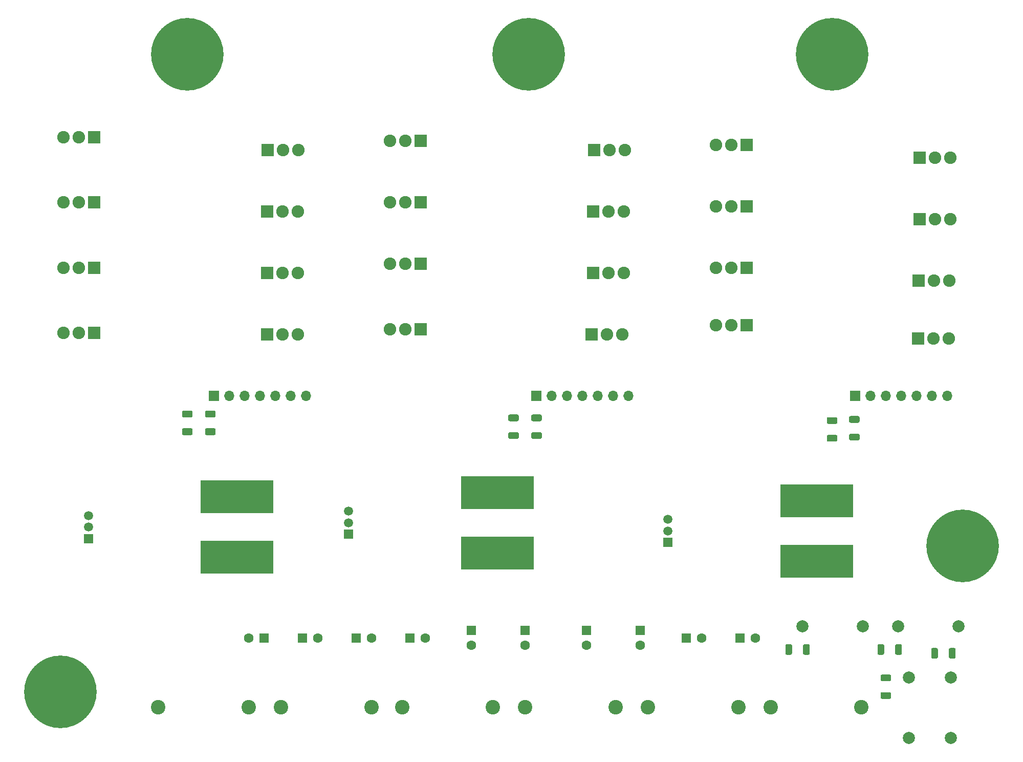
<source format=gbr>
%TF.GenerationSoftware,KiCad,Pcbnew,(5.1.10)-1*%
%TF.CreationDate,2022-02-15T22:07:18+02:00*%
%TF.ProjectId,SEM,53454d2e-6b69-4636-9164-5f7063625858,rev?*%
%TF.SameCoordinates,Original*%
%TF.FileFunction,Soldermask,Bot*%
%TF.FilePolarity,Negative*%
%FSLAX46Y46*%
G04 Gerber Fmt 4.6, Leading zero omitted, Abs format (unit mm)*
G04 Created by KiCad (PCBNEW (5.1.10)-1) date 2022-02-15 22:07:18*
%MOMM*%
%LPD*%
G01*
G04 APERTURE LIST*
%ADD10R,1.700000X1.700000*%
%ADD11O,1.700000X1.700000*%
%ADD12C,2.070000*%
%ADD13R,2.070000X2.070000*%
%ADD14C,1.600000*%
%ADD15R,1.600000X1.600000*%
%ADD16C,2.000000*%
%ADD17C,2.400000*%
%ADD18C,12.000000*%
%ADD19C,6.400000*%
%ADD20R,12.000000X5.500000*%
%ADD21R,1.500000X1.500000*%
%ADD22C,1.500000*%
G04 APERTURE END LIST*
%TO.C,R53*%
G36*
G01*
X57159998Y-93610000D02*
X58410002Y-93610000D01*
G75*
G02*
X58660000Y-93859998I0J-249998D01*
G01*
X58660000Y-94485002D01*
G75*
G02*
X58410002Y-94735000I-249998J0D01*
G01*
X57159998Y-94735000D01*
G75*
G02*
X56910000Y-94485002I0J249998D01*
G01*
X56910000Y-93859998D01*
G75*
G02*
X57159998Y-93610000I249998J0D01*
G01*
G37*
G36*
G01*
X57159998Y-90685000D02*
X58410002Y-90685000D01*
G75*
G02*
X58660000Y-90934998I0J-249998D01*
G01*
X58660000Y-91560002D01*
G75*
G02*
X58410002Y-91810000I-249998J0D01*
G01*
X57159998Y-91810000D01*
G75*
G02*
X56910000Y-91560002I0J249998D01*
G01*
X56910000Y-90934998D01*
G75*
G02*
X57159998Y-90685000I249998J0D01*
G01*
G37*
%TD*%
%TO.C,R81*%
G36*
G01*
X168773002Y-92699000D02*
X167522998Y-92699000D01*
G75*
G02*
X167273000Y-92449002I0J249998D01*
G01*
X167273000Y-91823998D01*
G75*
G02*
X167522998Y-91574000I249998J0D01*
G01*
X168773002Y-91574000D01*
G75*
G02*
X169023000Y-91823998I0J-249998D01*
G01*
X169023000Y-92449002D01*
G75*
G02*
X168773002Y-92699000I-249998J0D01*
G01*
G37*
G36*
G01*
X168773002Y-95624000D02*
X167522998Y-95624000D01*
G75*
G02*
X167273000Y-95374002I0J249998D01*
G01*
X167273000Y-94748998D01*
G75*
G02*
X167522998Y-94499000I249998J0D01*
G01*
X168773002Y-94499000D01*
G75*
G02*
X169023000Y-94748998I0J-249998D01*
G01*
X169023000Y-95374002D01*
G75*
G02*
X168773002Y-95624000I-249998J0D01*
G01*
G37*
%TD*%
D10*
%TO.C,J12*%
X168275000Y-88265000D03*
D11*
X170815000Y-88265000D03*
X173355000Y-88265000D03*
X175895000Y-88265000D03*
X178435000Y-88265000D03*
X180975000Y-88265000D03*
X183515000Y-88265000D03*
%TD*%
%TO.C,J11*%
X77470000Y-88265000D03*
X74930000Y-88265000D03*
X72390000Y-88265000D03*
X69850000Y-88265000D03*
X67310000Y-88265000D03*
X64770000Y-88265000D03*
D10*
X62230000Y-88265000D03*
%TD*%
D12*
%TO.C,Q16*%
X145288000Y-67056000D03*
X147828000Y-67056000D03*
D13*
X150368000Y-67056000D03*
%TD*%
D12*
%TO.C,Q15*%
X183896000Y-69215000D03*
X181356000Y-69215000D03*
D13*
X178816000Y-69215000D03*
%TD*%
D12*
%TO.C,Q18*%
X91313000Y-66421000D03*
X93853000Y-66421000D03*
D13*
X96393000Y-66421000D03*
%TD*%
D12*
%TO.C,Q23*%
X129794000Y-78105000D03*
X127254000Y-78105000D03*
D13*
X124714000Y-78105000D03*
%TD*%
D12*
%TO.C,Q19*%
X76073000Y-78105000D03*
X73533000Y-78105000D03*
D13*
X70993000Y-78105000D03*
%TD*%
D12*
%TO.C,Q20*%
X37338000Y-77851000D03*
X39878000Y-77851000D03*
D13*
X42418000Y-77851000D03*
%TD*%
D12*
%TO.C,Q22*%
X145288000Y-76581000D03*
X147828000Y-76581000D03*
D13*
X150368000Y-76581000D03*
%TD*%
D12*
%TO.C,Q17*%
X130048000Y-67945000D03*
X127508000Y-67945000D03*
D13*
X124968000Y-67945000D03*
%TD*%
D12*
%TO.C,Q24*%
X91313000Y-77216000D03*
X93853000Y-77216000D03*
D13*
X96393000Y-77216000D03*
%TD*%
D12*
%TO.C,Q21*%
X183769000Y-78740000D03*
X181229000Y-78740000D03*
D13*
X178689000Y-78740000D03*
%TD*%
D14*
%TO.C,C59*%
X113665000Y-129500000D03*
D15*
X113665000Y-127000000D03*
%TD*%
%TO.C,R84*%
G36*
G01*
X111134998Y-94245000D02*
X112385002Y-94245000D01*
G75*
G02*
X112635000Y-94494998I0J-249998D01*
G01*
X112635000Y-95120002D01*
G75*
G02*
X112385002Y-95370000I-249998J0D01*
G01*
X111134998Y-95370000D01*
G75*
G02*
X110885000Y-95120002I0J249998D01*
G01*
X110885000Y-94494998D01*
G75*
G02*
X111134998Y-94245000I249998J0D01*
G01*
G37*
G36*
G01*
X111134998Y-91320000D02*
X112385002Y-91320000D01*
G75*
G02*
X112635000Y-91569998I0J-249998D01*
G01*
X112635000Y-92195002D01*
G75*
G02*
X112385002Y-92445000I-249998J0D01*
G01*
X111134998Y-92445000D01*
G75*
G02*
X110885000Y-92195002I0J249998D01*
G01*
X110885000Y-91569998D01*
G75*
G02*
X111134998Y-91320000I249998J0D01*
G01*
G37*
%TD*%
D16*
%TO.C,C48*%
X175420000Y-126365000D03*
X185420000Y-126365000D03*
%TD*%
D14*
%TO.C,C43*%
X132715000Y-129500000D03*
D15*
X132715000Y-127000000D03*
%TD*%
D17*
%TO.C,C47*%
X128665000Y-139700000D03*
X113665000Y-139700000D03*
%TD*%
D18*
%TO.C,J2*%
X164465000Y-31750000D03*
D19*
X164465000Y-31750000D03*
%TD*%
D17*
%TO.C,C41*%
X148985000Y-139700000D03*
X133985000Y-139700000D03*
%TD*%
D14*
%TO.C,C58*%
X67985000Y-128270000D03*
D15*
X70485000Y-128270000D03*
%TD*%
D18*
%TO.C,J7*%
X36830000Y-137160000D03*
D19*
X36830000Y-137160000D03*
%TD*%
D16*
%TO.C,C51*%
X159545000Y-126365000D03*
X169545000Y-126365000D03*
%TD*%
%TO.C,R61*%
G36*
G01*
X174890000Y-130800002D02*
X174890000Y-129549998D01*
G75*
G02*
X175139998Y-129300000I249998J0D01*
G01*
X175765002Y-129300000D01*
G75*
G02*
X176015000Y-129549998I0J-249998D01*
G01*
X176015000Y-130800002D01*
G75*
G02*
X175765002Y-131050000I-249998J0D01*
G01*
X175139998Y-131050000D01*
G75*
G02*
X174890000Y-130800002I0J249998D01*
G01*
G37*
G36*
G01*
X171965000Y-130800002D02*
X171965000Y-129549998D01*
G75*
G02*
X172214998Y-129300000I249998J0D01*
G01*
X172840002Y-129300000D01*
G75*
G02*
X173090000Y-129549998I0J-249998D01*
G01*
X173090000Y-130800002D01*
G75*
G02*
X172840002Y-131050000I-249998J0D01*
G01*
X172214998Y-131050000D01*
G75*
G02*
X171965000Y-130800002I0J249998D01*
G01*
G37*
%TD*%
D18*
%TO.C,J3*%
X114300000Y-31750000D03*
D19*
X114300000Y-31750000D03*
%TD*%
D14*
%TO.C,C46*%
X97115000Y-128270000D03*
D15*
X94615000Y-128270000D03*
%TD*%
D17*
%TO.C,C44*%
X52945000Y-139700000D03*
X67945000Y-139700000D03*
%TD*%
D14*
%TO.C,C56*%
X79335000Y-128270000D03*
D15*
X76835000Y-128270000D03*
%TD*%
%TO.C,R83*%
G36*
G01*
X116195002Y-92445000D02*
X114944998Y-92445000D01*
G75*
G02*
X114695000Y-92195002I0J249998D01*
G01*
X114695000Y-91569998D01*
G75*
G02*
X114944998Y-91320000I249998J0D01*
G01*
X116195002Y-91320000D01*
G75*
G02*
X116445000Y-91569998I0J-249998D01*
G01*
X116445000Y-92195002D01*
G75*
G02*
X116195002Y-92445000I-249998J0D01*
G01*
G37*
G36*
G01*
X116195002Y-95370000D02*
X114944998Y-95370000D01*
G75*
G02*
X114695000Y-95120002I0J249998D01*
G01*
X114695000Y-94494998D01*
G75*
G02*
X114944998Y-94245000I249998J0D01*
G01*
X116195002Y-94245000D01*
G75*
G02*
X116445000Y-94494998I0J-249998D01*
G01*
X116445000Y-95120002D01*
G75*
G02*
X116195002Y-95370000I-249998J0D01*
G01*
G37*
%TD*%
%TO.C,R82*%
G36*
G01*
X163839998Y-94691500D02*
X165090002Y-94691500D01*
G75*
G02*
X165340000Y-94941498I0J-249998D01*
G01*
X165340000Y-95566502D01*
G75*
G02*
X165090002Y-95816500I-249998J0D01*
G01*
X163839998Y-95816500D01*
G75*
G02*
X163590000Y-95566502I0J249998D01*
G01*
X163590000Y-94941498D01*
G75*
G02*
X163839998Y-94691500I249998J0D01*
G01*
G37*
G36*
G01*
X163839998Y-91766500D02*
X165090002Y-91766500D01*
G75*
G02*
X165340000Y-92016498I0J-249998D01*
G01*
X165340000Y-92641502D01*
G75*
G02*
X165090002Y-92891500I-249998J0D01*
G01*
X163839998Y-92891500D01*
G75*
G02*
X163590000Y-92641502I0J249998D01*
G01*
X163590000Y-92016498D01*
G75*
G02*
X163839998Y-91766500I249998J0D01*
G01*
G37*
%TD*%
%TO.C,R59*%
G36*
G01*
X183780000Y-131435002D02*
X183780000Y-130184998D01*
G75*
G02*
X184029998Y-129935000I249998J0D01*
G01*
X184655002Y-129935000D01*
G75*
G02*
X184905000Y-130184998I0J-249998D01*
G01*
X184905000Y-131435002D01*
G75*
G02*
X184655002Y-131685000I-249998J0D01*
G01*
X184029998Y-131685000D01*
G75*
G02*
X183780000Y-131435002I0J249998D01*
G01*
G37*
G36*
G01*
X180855000Y-131435002D02*
X180855000Y-130184998D01*
G75*
G02*
X181104998Y-129935000I249998J0D01*
G01*
X181730002Y-129935000D01*
G75*
G02*
X181980000Y-130184998I0J-249998D01*
G01*
X181980000Y-131435002D01*
G75*
G02*
X181730002Y-131685000I-249998J0D01*
G01*
X181104998Y-131685000D01*
G75*
G02*
X180855000Y-131435002I0J249998D01*
G01*
G37*
%TD*%
D20*
%TO.C,U4*%
X66040000Y-114935000D03*
X66040000Y-104935000D03*
D21*
X41440000Y-111845000D03*
D22*
X41440000Y-108025000D03*
X41440000Y-109935000D03*
%TD*%
D18*
%TO.C,J1*%
X57785000Y-31750000D03*
D19*
X57785000Y-31750000D03*
%TD*%
D14*
%TO.C,C57*%
X104775000Y-129500000D03*
D15*
X104775000Y-127000000D03*
%TD*%
D14*
%TO.C,C52*%
X151725000Y-128270000D03*
D15*
X149225000Y-128270000D03*
%TD*%
D14*
%TO.C,C49*%
X123825000Y-129500000D03*
D15*
X123825000Y-127000000D03*
%TD*%
D12*
%TO.C,Q4*%
X145288000Y-46736000D03*
X147828000Y-46736000D03*
D13*
X150368000Y-46736000D03*
%TD*%
D14*
%TO.C,C60*%
X88225000Y-128270000D03*
D15*
X85725000Y-128270000D03*
%TD*%
D20*
%TO.C,U5*%
X161925000Y-115570000D03*
X161925000Y-105570000D03*
D21*
X137325000Y-112480000D03*
D22*
X137325000Y-108660000D03*
X137325000Y-110570000D03*
%TD*%
D17*
%TO.C,C55*%
X73265000Y-139700000D03*
X88265000Y-139700000D03*
%TD*%
%TO.C,C53*%
X169305000Y-139700000D03*
X154305000Y-139700000D03*
%TD*%
%TO.C,C50*%
X108345000Y-139700000D03*
X93345000Y-139700000D03*
%TD*%
D20*
%TO.C,U6*%
X109055000Y-114215000D03*
X109055000Y-104215000D03*
D21*
X84455000Y-111125000D03*
D22*
X84455000Y-107305000D03*
X84455000Y-109215000D03*
%TD*%
D11*
%TO.C,J13*%
X130810000Y-88265000D03*
X128270000Y-88265000D03*
X125730000Y-88265000D03*
X123190000Y-88265000D03*
X120650000Y-88265000D03*
X118110000Y-88265000D03*
D10*
X115570000Y-88265000D03*
%TD*%
D14*
%TO.C,C40*%
X142835000Y-128270000D03*
D15*
X140335000Y-128270000D03*
%TD*%
D12*
%TO.C,Q14*%
X37338000Y-67056000D03*
X39878000Y-67056000D03*
D13*
X42418000Y-67056000D03*
%TD*%
D12*
%TO.C,Q6*%
X91313000Y-46101000D03*
X93853000Y-46101000D03*
D13*
X96393000Y-46101000D03*
%TD*%
D12*
%TO.C,Q11*%
X130048000Y-57785000D03*
X127508000Y-57785000D03*
D13*
X124968000Y-57785000D03*
%TD*%
D12*
%TO.C,Q10*%
X145288000Y-56896000D03*
X147828000Y-56896000D03*
D13*
X150368000Y-56896000D03*
%TD*%
%TO.C,R62*%
G36*
G01*
X159650000Y-130800002D02*
X159650000Y-129549998D01*
G75*
G02*
X159899998Y-129300000I249998J0D01*
G01*
X160525002Y-129300000D01*
G75*
G02*
X160775000Y-129549998I0J-249998D01*
G01*
X160775000Y-130800002D01*
G75*
G02*
X160525002Y-131050000I-249998J0D01*
G01*
X159899998Y-131050000D01*
G75*
G02*
X159650000Y-130800002I0J249998D01*
G01*
G37*
G36*
G01*
X156725000Y-130800002D02*
X156725000Y-129549998D01*
G75*
G02*
X156974998Y-129300000I249998J0D01*
G01*
X157600002Y-129300000D01*
G75*
G02*
X157850000Y-129549998I0J-249998D01*
G01*
X157850000Y-130800002D01*
G75*
G02*
X157600002Y-131050000I-249998J0D01*
G01*
X156974998Y-131050000D01*
G75*
G02*
X156725000Y-130800002I0J249998D01*
G01*
G37*
%TD*%
%TO.C,R52*%
G36*
G01*
X62220002Y-91810000D02*
X60969998Y-91810000D01*
G75*
G02*
X60720000Y-91560002I0J249998D01*
G01*
X60720000Y-90934998D01*
G75*
G02*
X60969998Y-90685000I249998J0D01*
G01*
X62220002Y-90685000D01*
G75*
G02*
X62470000Y-90934998I0J-249998D01*
G01*
X62470000Y-91560002D01*
G75*
G02*
X62220002Y-91810000I-249998J0D01*
G01*
G37*
G36*
G01*
X62220002Y-94735000D02*
X60969998Y-94735000D01*
G75*
G02*
X60720000Y-94485002I0J249998D01*
G01*
X60720000Y-93859998D01*
G75*
G02*
X60969998Y-93610000I249998J0D01*
G01*
X62220002Y-93610000D01*
G75*
G02*
X62470000Y-93859998I0J-249998D01*
G01*
X62470000Y-94485002D01*
G75*
G02*
X62220002Y-94735000I-249998J0D01*
G01*
G37*
%TD*%
D12*
%TO.C,Q2*%
X37338000Y-45466000D03*
X39878000Y-45466000D03*
D13*
X42418000Y-45466000D03*
%TD*%
D18*
%TO.C,J6*%
X186055000Y-113030000D03*
D19*
X186055000Y-113030000D03*
%TD*%
D16*
%TO.C,C45*%
X184150000Y-134780000D03*
X184150000Y-144780000D03*
%TD*%
D12*
%TO.C,Q12*%
X91313000Y-56261000D03*
X93853000Y-56261000D03*
D13*
X96393000Y-56261000D03*
%TD*%
D12*
%TO.C,Q3*%
X184023000Y-48895000D03*
X181483000Y-48895000D03*
D13*
X178943000Y-48895000D03*
%TD*%
D12*
%TO.C,Q8*%
X37338000Y-56261000D03*
X39878000Y-56261000D03*
D13*
X42418000Y-56261000D03*
%TD*%
D12*
%TO.C,Q13*%
X76073000Y-67945000D03*
X73533000Y-67945000D03*
D13*
X70993000Y-67945000D03*
%TD*%
D12*
%TO.C,Q1*%
X76200000Y-47625000D03*
X73660000Y-47625000D03*
D13*
X71120000Y-47625000D03*
%TD*%
D12*
%TO.C,Q9*%
X184023000Y-59055000D03*
X181483000Y-59055000D03*
D13*
X178943000Y-59055000D03*
%TD*%
D16*
%TO.C,C42*%
X177165000Y-134780000D03*
X177165000Y-144780000D03*
%TD*%
D12*
%TO.C,Q5*%
X130175000Y-47625000D03*
X127635000Y-47625000D03*
D13*
X125095000Y-47625000D03*
%TD*%
D12*
%TO.C,Q7*%
X76073000Y-57785000D03*
X73533000Y-57785000D03*
D13*
X70993000Y-57785000D03*
%TD*%
%TO.C,R58*%
G36*
G01*
X173980002Y-135432500D02*
X172729998Y-135432500D01*
G75*
G02*
X172480000Y-135182502I0J249998D01*
G01*
X172480000Y-134557498D01*
G75*
G02*
X172729998Y-134307500I249998J0D01*
G01*
X173980002Y-134307500D01*
G75*
G02*
X174230000Y-134557498I0J-249998D01*
G01*
X174230000Y-135182502D01*
G75*
G02*
X173980002Y-135432500I-249998J0D01*
G01*
G37*
G36*
G01*
X173980002Y-138357500D02*
X172729998Y-138357500D01*
G75*
G02*
X172480000Y-138107502I0J249998D01*
G01*
X172480000Y-137482498D01*
G75*
G02*
X172729998Y-137232500I249998J0D01*
G01*
X173980002Y-137232500D01*
G75*
G02*
X174230000Y-137482498I0J-249998D01*
G01*
X174230000Y-138107502D01*
G75*
G02*
X173980002Y-138357500I-249998J0D01*
G01*
G37*
%TD*%
M02*

</source>
